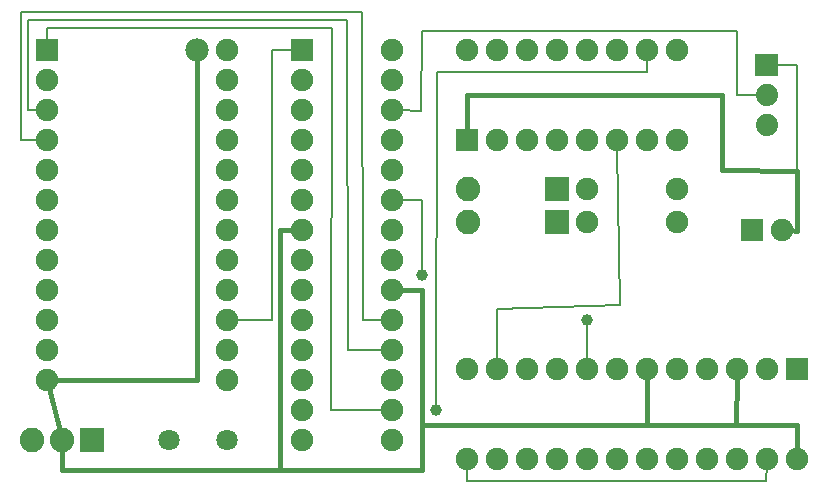
<source format=gbl>
G04 MADE WITH FRITZING*
G04 WWW.FRITZING.ORG*
G04 DOUBLE SIDED*
G04 HOLES PLATED*
G04 CONTOUR ON CENTER OF CONTOUR VECTOR*
%ASAXBY*%
%FSLAX23Y23*%
%MOIN*%
%OFA0B0*%
%SFA1.0B1.0*%
%ADD10C,0.082000*%
%ADD11C,0.075000*%
%ADD12C,0.074000*%
%ADD13C,0.039370*%
%ADD14C,0.070925*%
%ADD15C,0.070866*%
%ADD16C,0.078000*%
%ADD17R,0.082000X0.082000*%
%ADD18R,0.075000X0.075000*%
%ADD19C,0.008000*%
%ADD20C,0.016000*%
%ADD21R,0.001000X0.001000*%
%LNCOPPER0*%
G90*
G70*
G54D10*
X1878Y1005D03*
X1580Y1005D03*
X1878Y893D03*
X1580Y893D03*
G54D11*
X1978Y1005D03*
X2278Y1005D03*
X1978Y893D03*
X2278Y893D03*
G54D12*
X2578Y1418D03*
X2578Y1318D03*
X2578Y1218D03*
G54D11*
X2528Y868D03*
X2628Y868D03*
G54D13*
X1476Y269D03*
X1978Y568D03*
X1428Y718D03*
G54D11*
X2678Y404D03*
X2678Y104D03*
X2578Y404D03*
X2578Y104D03*
X2478Y404D03*
X2478Y104D03*
X2378Y404D03*
X2378Y104D03*
X2278Y404D03*
X2278Y104D03*
X2178Y404D03*
X2178Y104D03*
X2078Y404D03*
X2078Y104D03*
X1978Y404D03*
X1978Y104D03*
X1878Y404D03*
X1878Y104D03*
X1778Y404D03*
X1778Y104D03*
X1678Y404D03*
X1678Y104D03*
X1578Y404D03*
X1578Y104D03*
X1028Y1468D03*
X1328Y1468D03*
X1028Y1368D03*
X1328Y1368D03*
X1028Y1268D03*
X1328Y1268D03*
X1028Y1168D03*
X1328Y1168D03*
X1028Y1068D03*
X1328Y1068D03*
X1028Y968D03*
X1328Y968D03*
X1028Y868D03*
X1328Y868D03*
X1028Y768D03*
X1328Y768D03*
X1028Y668D03*
X1328Y668D03*
X1028Y568D03*
X1328Y568D03*
X1028Y468D03*
X1328Y468D03*
X1028Y368D03*
X1328Y368D03*
X1028Y268D03*
X1328Y268D03*
X1028Y168D03*
X1328Y168D03*
X178Y1468D03*
X778Y1468D03*
X178Y1368D03*
X778Y1368D03*
X178Y1268D03*
X778Y1268D03*
X178Y1168D03*
X778Y1168D03*
X178Y1068D03*
X778Y1068D03*
X178Y968D03*
X778Y968D03*
X178Y868D03*
X778Y868D03*
X178Y768D03*
X778Y768D03*
X178Y668D03*
X778Y668D03*
X178Y568D03*
X778Y568D03*
X178Y468D03*
X778Y468D03*
X178Y368D03*
X778Y368D03*
G54D10*
X328Y168D03*
X228Y168D03*
X128Y168D03*
G54D14*
X584Y168D03*
G54D15*
X778Y168D03*
G54D11*
X1578Y1168D03*
X1578Y1468D03*
X1678Y1168D03*
X1678Y1468D03*
X1778Y1168D03*
X1778Y1468D03*
X1878Y1168D03*
X1878Y1468D03*
X1978Y1168D03*
X1978Y1468D03*
X2078Y1168D03*
X2078Y1468D03*
X2178Y1168D03*
X2178Y1468D03*
X2278Y1168D03*
X2278Y1468D03*
G54D16*
X678Y1468D03*
G54D17*
X1879Y1005D03*
X1879Y893D03*
G54D18*
X2528Y868D03*
X2678Y404D03*
X1028Y1468D03*
X178Y1468D03*
G54D17*
X328Y168D03*
G54D18*
X1578Y1168D03*
G54D19*
X2678Y869D02*
X2656Y869D01*
D02*
X2678Y1418D02*
X2678Y869D01*
D02*
X2609Y1418D02*
X2678Y1418D01*
D02*
X1477Y1393D02*
X1476Y282D01*
G54D20*
D02*
X2678Y866D02*
X2656Y867D01*
D02*
X2678Y1066D02*
X2678Y866D01*
D02*
X2429Y1069D02*
X2678Y1066D01*
D02*
X2427Y1317D02*
X2429Y1069D01*
D02*
X1577Y1317D02*
X2427Y1317D01*
D02*
X1577Y1191D02*
X1577Y1317D01*
G54D19*
D02*
X1426Y1266D02*
X1427Y1530D01*
D02*
X1427Y1530D02*
X2477Y1530D01*
D02*
X2478Y1317D02*
X2552Y1317D01*
D02*
X2477Y1530D02*
X2478Y1317D01*
D02*
X1356Y1267D02*
X1426Y1266D01*
D02*
X2178Y1393D02*
X1477Y1393D01*
D02*
X2178Y1445D02*
X2178Y1393D01*
D02*
X2576Y31D02*
X1578Y31D01*
D02*
X2577Y81D02*
X2576Y31D01*
G54D20*
D02*
X953Y69D02*
X1428Y69D01*
D02*
X229Y69D02*
X953Y69D01*
D02*
X228Y136D02*
X229Y69D01*
D02*
X953Y867D02*
X1004Y867D01*
D02*
X953Y69D02*
X953Y867D01*
D02*
X1428Y218D02*
X1428Y69D01*
D02*
X1428Y667D02*
X1428Y218D01*
D02*
X1356Y668D02*
X1428Y667D01*
D02*
X2679Y218D02*
X2678Y128D01*
D02*
X1428Y218D02*
X2679Y218D01*
D02*
X2179Y218D02*
X2178Y381D01*
D02*
X1428Y218D02*
X2179Y218D01*
D02*
X2179Y218D02*
X2476Y218D01*
D02*
X2476Y218D02*
X2477Y381D01*
D02*
X1428Y218D02*
X2179Y218D01*
G54D19*
D02*
X1428Y967D02*
X1428Y731D01*
D02*
X1356Y968D02*
X1428Y967D01*
D02*
X1678Y606D02*
X1678Y428D01*
D02*
X2089Y617D02*
X1678Y606D01*
D02*
X2078Y1145D02*
X2089Y617D01*
D02*
X1978Y549D02*
X1978Y433D01*
D02*
X115Y1569D02*
X115Y1267D01*
D02*
X115Y1267D02*
X154Y1267D01*
D02*
X1178Y1569D02*
X115Y1569D01*
D02*
X91Y1168D02*
X154Y1168D01*
D02*
X91Y1593D02*
X91Y1168D01*
D02*
X1228Y1593D02*
X91Y1593D01*
D02*
X177Y1542D02*
X177Y1491D01*
D02*
X1127Y1542D02*
X177Y1542D01*
G54D20*
D02*
X220Y199D02*
X184Y340D01*
G54D19*
D02*
X1004Y1468D02*
X927Y1467D01*
D02*
X927Y1467D02*
X927Y568D01*
D02*
X927Y568D02*
X801Y568D01*
D02*
X1230Y567D02*
X1228Y1593D01*
D02*
X1299Y567D02*
X1230Y567D01*
D02*
X1180Y467D02*
X1178Y1569D01*
D02*
X1299Y468D02*
X1180Y467D01*
D02*
X1125Y268D02*
X1127Y1542D01*
D02*
X1299Y268D02*
X1125Y268D01*
G54D20*
D02*
X678Y368D02*
X206Y368D01*
D02*
X678Y1438D02*
X678Y368D01*
G54D19*
D02*
X1578Y31D02*
X1578Y81D01*
G54D21*
X2540Y1455D02*
X2613Y1455D01*
X2540Y1454D02*
X2613Y1454D01*
X2540Y1453D02*
X2613Y1453D01*
X2540Y1452D02*
X2613Y1452D01*
X2540Y1451D02*
X2613Y1451D01*
X2540Y1450D02*
X2613Y1450D01*
X2540Y1449D02*
X2613Y1449D01*
X2540Y1448D02*
X2613Y1448D01*
X2540Y1447D02*
X2613Y1447D01*
X2540Y1446D02*
X2613Y1446D01*
X2540Y1445D02*
X2613Y1445D01*
X2540Y1444D02*
X2613Y1444D01*
X2540Y1443D02*
X2613Y1443D01*
X2540Y1442D02*
X2613Y1442D01*
X2540Y1441D02*
X2613Y1441D01*
X2540Y1440D02*
X2613Y1440D01*
X2540Y1439D02*
X2613Y1439D01*
X2540Y1438D02*
X2574Y1438D01*
X2579Y1438D02*
X2613Y1438D01*
X2540Y1437D02*
X2570Y1437D01*
X2583Y1437D02*
X2613Y1437D01*
X2540Y1436D02*
X2567Y1436D01*
X2586Y1436D02*
X2613Y1436D01*
X2540Y1435D02*
X2565Y1435D01*
X2588Y1435D02*
X2613Y1435D01*
X2540Y1434D02*
X2564Y1434D01*
X2589Y1434D02*
X2613Y1434D01*
X2540Y1433D02*
X2563Y1433D01*
X2590Y1433D02*
X2613Y1433D01*
X2540Y1432D02*
X2562Y1432D01*
X2591Y1432D02*
X2613Y1432D01*
X2540Y1431D02*
X2561Y1431D01*
X2592Y1431D02*
X2613Y1431D01*
X2540Y1430D02*
X2560Y1430D01*
X2593Y1430D02*
X2613Y1430D01*
X2540Y1429D02*
X2559Y1429D01*
X2594Y1429D02*
X2613Y1429D01*
X2540Y1428D02*
X2559Y1428D01*
X2594Y1428D02*
X2613Y1428D01*
X2540Y1427D02*
X2558Y1427D01*
X2595Y1427D02*
X2613Y1427D01*
X2540Y1426D02*
X2558Y1426D01*
X2595Y1426D02*
X2613Y1426D01*
X2540Y1425D02*
X2557Y1425D01*
X2596Y1425D02*
X2613Y1425D01*
X2540Y1424D02*
X2557Y1424D01*
X2596Y1424D02*
X2613Y1424D01*
X2540Y1423D02*
X2557Y1423D01*
X2596Y1423D02*
X2613Y1423D01*
X2540Y1422D02*
X2556Y1422D01*
X2597Y1422D02*
X2613Y1422D01*
X2540Y1421D02*
X2556Y1421D01*
X2597Y1421D02*
X2613Y1421D01*
X2540Y1420D02*
X2556Y1420D01*
X2597Y1420D02*
X2613Y1420D01*
X2540Y1419D02*
X2556Y1419D01*
X2597Y1419D02*
X2613Y1419D01*
X2540Y1418D02*
X2556Y1418D01*
X2597Y1418D02*
X2613Y1418D01*
X2540Y1417D02*
X2556Y1417D01*
X2597Y1417D02*
X2613Y1417D01*
X2540Y1416D02*
X2556Y1416D01*
X2597Y1416D02*
X2613Y1416D01*
X2540Y1415D02*
X2556Y1415D01*
X2597Y1415D02*
X2613Y1415D01*
X2540Y1414D02*
X2556Y1414D01*
X2596Y1414D02*
X2613Y1414D01*
X2540Y1413D02*
X2557Y1413D01*
X2596Y1413D02*
X2613Y1413D01*
X2540Y1412D02*
X2557Y1412D01*
X2596Y1412D02*
X2613Y1412D01*
X2540Y1411D02*
X2557Y1411D01*
X2596Y1411D02*
X2613Y1411D01*
X2540Y1410D02*
X2558Y1410D01*
X2595Y1410D02*
X2613Y1410D01*
X2540Y1409D02*
X2558Y1409D01*
X2595Y1409D02*
X2613Y1409D01*
X2540Y1408D02*
X2559Y1408D01*
X2594Y1408D02*
X2613Y1408D01*
X2540Y1407D02*
X2559Y1407D01*
X2594Y1407D02*
X2613Y1407D01*
X2540Y1406D02*
X2560Y1406D01*
X2593Y1406D02*
X2613Y1406D01*
X2540Y1405D02*
X2561Y1405D01*
X2592Y1405D02*
X2613Y1405D01*
X2540Y1404D02*
X2562Y1404D01*
X2591Y1404D02*
X2613Y1404D01*
X2540Y1403D02*
X2563Y1403D01*
X2590Y1403D02*
X2613Y1403D01*
X2540Y1402D02*
X2564Y1402D01*
X2589Y1402D02*
X2613Y1402D01*
X2540Y1401D02*
X2566Y1401D01*
X2587Y1401D02*
X2613Y1401D01*
X2540Y1400D02*
X2568Y1400D01*
X2585Y1400D02*
X2613Y1400D01*
X2540Y1399D02*
X2571Y1399D01*
X2582Y1399D02*
X2613Y1399D01*
X2540Y1398D02*
X2613Y1398D01*
X2540Y1397D02*
X2613Y1397D01*
X2540Y1396D02*
X2613Y1396D01*
X2540Y1395D02*
X2613Y1395D01*
X2540Y1394D02*
X2613Y1394D01*
X2540Y1393D02*
X2613Y1393D01*
X2540Y1392D02*
X2613Y1392D01*
X2540Y1391D02*
X2613Y1391D01*
X2540Y1390D02*
X2613Y1390D01*
X2540Y1389D02*
X2613Y1389D01*
X2540Y1388D02*
X2613Y1388D01*
X2540Y1387D02*
X2613Y1387D01*
X2540Y1386D02*
X2613Y1386D01*
X2540Y1385D02*
X2613Y1385D01*
X2540Y1384D02*
X2613Y1384D01*
X2540Y1383D02*
X2613Y1383D01*
X2540Y1382D02*
X2613Y1382D01*
D02*
G04 End of Copper0*
M02*
</source>
